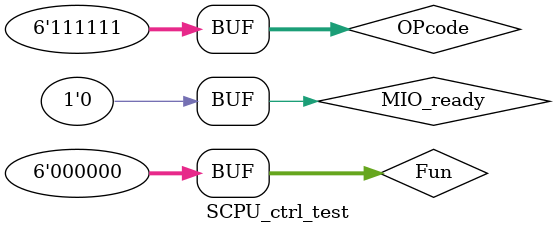
<source format=v>
`timescale 1ns / 1ps


module SCPU_ctrl_test;

	// Inputs
	reg [5:0] OPcode;
	reg [5:0] Fun;
	reg MIO_ready;

	// Outputs
	wire RegDst;
	wire ALUSrc_B;
	wire MemtoReg;
	wire Jump;
	wire Branch;
	wire RegWrite;
	wire [2:0] ALU_Control;
	wire mem_w;
	wire CPU_MIO;

	// Instantiate the Unit Under Test (UUT)
	SCPU_ctrl uut (
		.OPcode(OPcode), 
		.Fun(Fun), 
		.MIO_ready(MIO_ready), 
		.RegDst(RegDst), 
		.ALUSrc_B(ALUSrc_B), 
		.MemtoReg(MemtoReg), 
		.Jump(Jump), 
		.Branch(Branch), 
		.RegWrite(RegWrite), 
		.ALU_Control(ALU_Control), 
		.mem_w(mem_w), 
		.CPU_MIO(CPU_MIO)
	);

	initial begin
		// Initialize Inputs
		OPcode = 0;
		Fun = 0;
		MIO_ready = 0;
		#40;
		// Wait 40 ns for global reset to finish¡£ÒÔÉÏÊÇ²âÊÔÄ£°å´úÂë¡£
		//Add stimulus here
		// ¼ì²éÊä³öÐÅºÅºÍ¹Ø¼üÐÅºÅÊä³öÊÇ·ñÂú×ãÕæÖµ±í
		OPcode = 0; //ALU Ö¸Áî£¬¼ì²é ALUop=2'b10; RegDst=1; RegWrite=1
		Fun = 6'b100000; //add, ¼ì²é ALU_Control=3'b010
		#20;
		Fun = 6'b100010; //sub, ¼ì²é ALU_Control=3'b110
		#20;
		Fun = 6'b100100; //and, ¼ì²é ALU_Control=3'b000
		#20;
		Fun = 6'b100101; //or, ¼ì²é ALU_Control=3'b001
		#20;
		Fun = 6'b101010; //slt, ¼ì²é ALU_Control=3'b111
		#20;
		Fun = 6'b100111; //r, ¼ì²é ALU_Control=3'b100
		#20;
		// Add stimulus here
		Fun = 6'b000010; //l, ¼ì²é ALU_Control=3'b101
		#20;
		Fun = 6'b010110; //xor, ¼ì²é ALU_Control=3'b011
		#20;
		Fun = 6'b111111; // ¼ä¸ô
		#1;
		OPcode = 6'b100011;//load Ö¸Áî£¬¼ì²é ALUop=2'b00, RegDst=0,
		#20; // ALUSrc_B=1, MemtoReg=1, RegWrite=1
		OPcode = 6'b101011;
		#20; //store Ö¸Áî£¬¼ì²é ALUop=2'b00, mem_w=1, ALUSrc_B=1
		OPcode = 6'b000100;//beq Ö¸Áî£¬¼ì²é ALUop=2'b01, Branch=1
		#20;
		OPcode = 6'b000010; // Ö¸Áî£¬¼ì²é Jump=1
		#20;
		OPcode = 6'h24; //slti Ö¸Áî£¬¼ì²é ALUop=2'b11, RegDst=0,
		#20; //ALUSrc_B=1, RegWrite=1
		OPcode = 6'h3f; // ¼ä¸ô
		Fun = 6'b000000; // ¼ä¸ô

		end
      
endmodule


</source>
